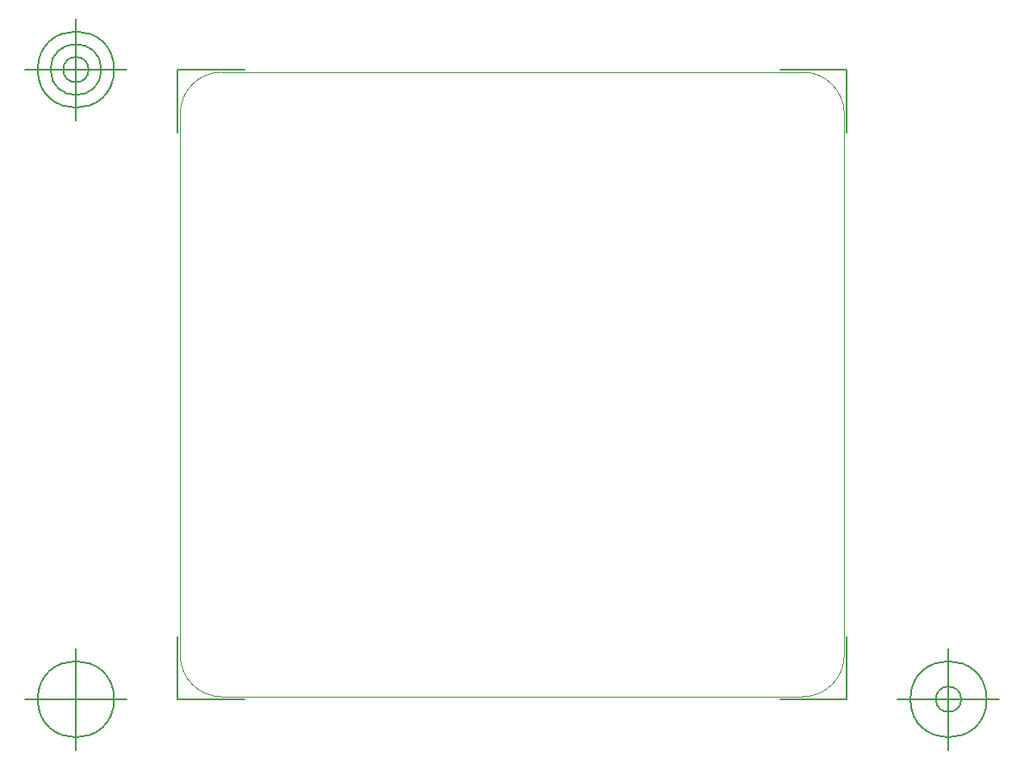
<source format=gbr>
G04 Generated by Ultiboard 14.2 *
%FSLAX24Y24*%
%MOIN*%

%ADD10C,0.0001*%
%ADD11C,0.0001*%
%ADD12C,0.0050*%


G04 ColorRGB 00FFFF for the following layer *
%LNBoard Outline*%
%LPD*%
G54D10*
G54D11*
X-203Y22800D02*
X-203Y1805D01*
G75*
D01*
G03X1400Y202I1603J0*
G01*
X23894Y202D01*
G75*
D01*
G03X25497Y1805I0J1603*
G01*
X25497Y22800D01*
G74*
D01*
G03X23894Y24403I1603J0*
G01*
X1400Y24403D01*
G75*
D01*
G03X-203Y22800I0J-1603*
G01*
G54D12*
X-303Y102D02*
X-303Y2542D01*
X-303Y102D02*
X2287Y102D01*
X25597Y102D02*
X23007Y102D01*
X25597Y102D02*
X25597Y2542D01*
X25597Y24503D02*
X25597Y22063D01*
X25597Y24503D02*
X23007Y24503D01*
X-303Y24503D02*
X2287Y24503D01*
X-303Y24503D02*
X-303Y22063D01*
X-2272Y102D02*
X-6209Y102D01*
X-4240Y-1866D02*
X-4240Y2071D01*
X-5717Y102D02*
G75*
D01*
G02X-5717Y102I1477J0*
G01*
X27566Y102D02*
X31503Y102D01*
X29534Y-1866D02*
X29534Y2071D01*
X28058Y102D02*
G75*
D01*
G02X28058Y102I1476J0*
G01*
X29042Y102D02*
G75*
D01*
G02X29042Y102I492J0*
G01*
X-2272Y24503D02*
X-6209Y24503D01*
X-4240Y22535D02*
X-4240Y26472D01*
X-5717Y24503D02*
G75*
D01*
G02X-5717Y24503I1477J0*
G01*
X-5224Y24503D02*
G75*
D01*
G02X-5224Y24503I984J0*
G01*
X-4732Y24503D02*
G75*
D01*
G02X-4732Y24503I492J0*
G01*

M02*

</source>
